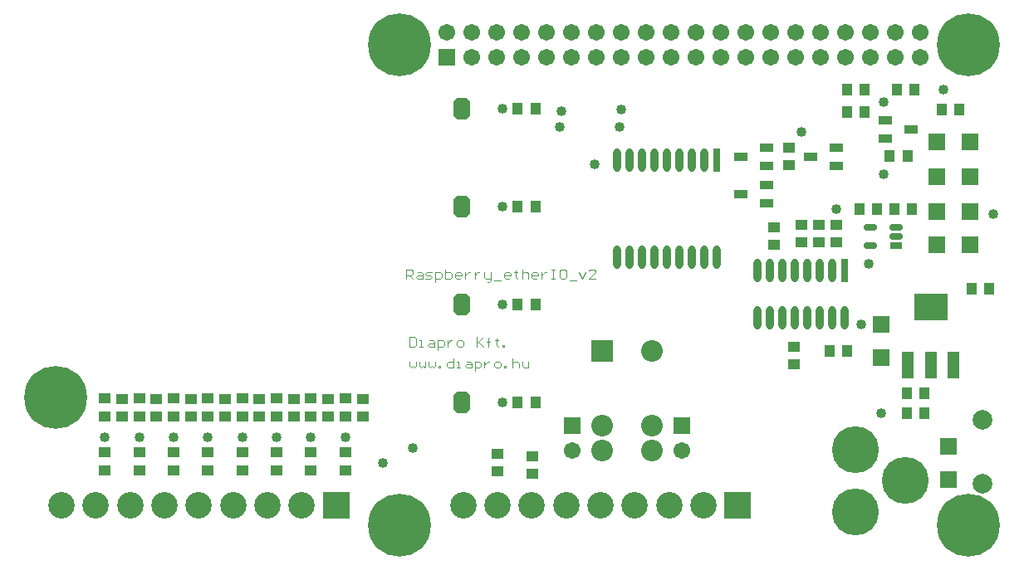
<source format=gts>
%FSTAX24Y24*%
%MOIN*%
G70*
G01*
G75*
G04 Layer_Color=8388736*
%ADD10R,0.0315X0.0374*%
%ADD11R,0.0374X0.0315*%
%ADD12R,0.0472X0.0256*%
G04:AMPARAMS|DCode=13|XSize=21.7mil|YSize=47.2mil|CornerRadius=0mil|HoleSize=0mil|Usage=FLASHONLY|Rotation=270.000|XOffset=0mil|YOffset=0mil|HoleType=Round|Shape=Octagon|*
%AMOCTAGOND13*
4,1,8,0.0236,0.0054,0.0236,-0.0054,0.0182,-0.0108,-0.0182,-0.0108,-0.0236,-0.0054,-0.0236,0.0054,-0.0182,0.0108,0.0182,0.0108,0.0236,0.0054,0.0*
%
%ADD13OCTAGOND13*%

%ADD14R,0.0472X0.0217*%
%ADD15O,0.0236X0.0866*%
%ADD16R,0.0236X0.0866*%
%ADD17R,0.0630X0.0630*%
%ADD18R,0.1299X0.1004*%
%ADD19R,0.0374X0.1004*%
%ADD20R,0.0630X0.0630*%
%ADD21C,0.0100*%
%ADD22C,0.0200*%
%ADD23C,0.0150*%
%ADD24C,0.0039*%
%ADD25R,0.0787X0.0787*%
%ADD26C,0.0787*%
%ADD27C,0.0591*%
%ADD28R,0.0591X0.0591*%
%ADD29C,0.0709*%
%ADD30R,0.0591X0.0591*%
%ADD31C,0.1800*%
%ADD32C,0.0984*%
%ADD33R,0.0984X0.0984*%
G04:AMPARAMS|DCode=34|XSize=78.7mil|YSize=60mil|CornerRadius=0mil|HoleSize=0mil|Usage=FLASHONLY|Rotation=270.000|XOffset=0mil|YOffset=0mil|HoleType=Round|Shape=Octagon|*
%AMOCTAGOND34*
4,1,8,-0.0150,-0.0394,0.0150,-0.0394,0.0300,-0.0244,0.0300,0.0244,0.0150,0.0394,-0.0150,0.0394,-0.0300,0.0244,-0.0300,-0.0244,-0.0150,-0.0394,0.0*
%
%ADD34OCTAGOND34*%

%ADD35C,0.2441*%
%ADD36C,0.0320*%
%ADD37R,0.0472X0.0728*%
%ADD38C,0.0300*%
%ADD39R,0.0395X0.0454*%
%ADD40R,0.0454X0.0395*%
%ADD41R,0.0552X0.0336*%
G04:AMPARAMS|DCode=42|XSize=25.6mil|YSize=51.2mil|CornerRadius=0mil|HoleSize=0mil|Usage=FLASHONLY|Rotation=270.000|XOffset=0mil|YOffset=0mil|HoleType=Round|Shape=Octagon|*
%AMOCTAGOND42*
4,1,8,0.0256,0.0064,0.0256,-0.0064,0.0192,-0.0128,-0.0192,-0.0128,-0.0256,-0.0064,-0.0256,0.0064,-0.0192,0.0128,0.0192,0.0128,0.0256,0.0064,0.0*
%
%ADD42OCTAGOND42*%

%ADD43R,0.0512X0.0256*%
%ADD44O,0.0316X0.0946*%
%ADD45R,0.0316X0.0946*%
%ADD46R,0.0710X0.0710*%
%ADD47R,0.1379X0.1084*%
%ADD48R,0.0454X0.1084*%
%ADD49R,0.0710X0.0710*%
%ADD50R,0.0867X0.0867*%
%ADD51C,0.0867*%
%ADD52C,0.0671*%
%ADD53R,0.0671X0.0671*%
%ADD54C,0.0789*%
%ADD55R,0.0671X0.0671*%
%ADD56C,0.1880*%
%ADD57C,0.1064*%
%ADD58R,0.1064X0.1064*%
G04:AMPARAMS|DCode=59|XSize=86.7mil|YSize=68mil|CornerRadius=0mil|HoleSize=0mil|Usage=FLASHONLY|Rotation=270.000|XOffset=0mil|YOffset=0mil|HoleType=Round|Shape=Octagon|*
%AMOCTAGOND59*
4,1,8,-0.0170,-0.0434,0.0170,-0.0434,0.0340,-0.0264,0.0340,0.0264,0.0170,0.0434,-0.0170,0.0434,-0.0340,0.0264,-0.0340,-0.0264,-0.0170,-0.0434,0.0*
%
%ADD59OCTAGOND59*%

%ADD60C,0.2521*%
%ADD61C,0.0400*%
D24*
X076155Y077661D02*
Y078054D01*
X076352D01*
X076417Y077989D01*
Y077857D01*
X076352Y077792D01*
X076155D01*
X076286D02*
X076417Y077661D01*
X076614Y077923D02*
X076745D01*
X076811Y077857D01*
Y077661D01*
X076614D01*
X076548Y077726D01*
X076614Y077792D01*
X076811D01*
X076942Y077661D02*
X077139D01*
X077204Y077726D01*
X077139Y077792D01*
X077007D01*
X076942Y077857D01*
X077007Y077923D01*
X077204D01*
X077335Y077529D02*
Y077923D01*
X077532D01*
X077598Y077857D01*
Y077726D01*
X077532Y077661D01*
X077335D01*
X077729Y078054D02*
Y077661D01*
X077926D01*
X077991Y077726D01*
Y077792D01*
Y077857D01*
X077926Y077923D01*
X077729D01*
X078319Y077661D02*
X078188D01*
X078123Y077726D01*
Y077857D01*
X078188Y077923D01*
X078319D01*
X078385Y077857D01*
Y077792D01*
X078123D01*
X078516Y077923D02*
Y077661D01*
Y077792D01*
X078582Y077857D01*
X078647Y077923D01*
X078713D01*
X07891D02*
Y077661D01*
Y077792D01*
X078975Y077857D01*
X079041Y077923D01*
X079107D01*
X079303D02*
Y077726D01*
X079369Y077661D01*
X079566D01*
Y077595D01*
X0795Y077529D01*
X079435D01*
X079566Y077661D02*
Y077923D01*
X079697Y077595D02*
X079959D01*
X080287Y077661D02*
X080156D01*
X08009Y077726D01*
Y077857D01*
X080156Y077923D01*
X080287D01*
X080353Y077857D01*
Y077792D01*
X08009D01*
X08055Y077989D02*
Y077923D01*
X080484D01*
X080615D01*
X08055D01*
Y077726D01*
X080615Y077661D01*
X080812Y078054D02*
Y077661D01*
Y077857D01*
X080878Y077923D01*
X081009D01*
X081074Y077857D01*
Y077661D01*
X081402D02*
X081271D01*
X081206Y077726D01*
Y077857D01*
X081271Y077923D01*
X081402D01*
X081468Y077857D01*
Y077792D01*
X081206D01*
X081599Y077923D02*
Y077661D01*
Y077792D01*
X081665Y077857D01*
X08173Y077923D01*
X081796D01*
X081993Y078054D02*
X082124D01*
X082058D01*
Y077661D01*
X081993D01*
X082124D01*
X082517Y078054D02*
X082386D01*
X082321Y077989D01*
Y077726D01*
X082386Y077661D01*
X082517D01*
X082583Y077726D01*
Y077989D01*
X082517Y078054D01*
X082714Y077595D02*
X082977D01*
X083108Y077923D02*
X083239Y077661D01*
X08337Y077923D01*
X083764Y077661D02*
X083501D01*
X083764Y077923D01*
Y077989D01*
X083698Y078054D01*
X083567D01*
X083501Y077989D01*
X076302Y075344D02*
Y07495D01*
X076499D01*
X076564Y075016D01*
Y075278D01*
X076499Y075344D01*
X076302D01*
X076696Y07495D02*
X076827D01*
X076761D01*
Y075213D01*
X076696D01*
X077089D02*
X07722D01*
X077286Y075147D01*
Y07495D01*
X077089D01*
X077024Y075016D01*
X077089Y075082D01*
X077286D01*
X077417Y074819D02*
Y075213D01*
X077614D01*
X077679Y075147D01*
Y075016D01*
X077614Y07495D01*
X077417D01*
X077811Y075213D02*
Y07495D01*
Y075082D01*
X077876Y075147D01*
X077942Y075213D01*
X078007D01*
X07827Y07495D02*
X078401D01*
X078467Y075016D01*
Y075147D01*
X078401Y075213D01*
X07827D01*
X078204Y075147D01*
Y075016D01*
X07827Y07495D01*
X078991Y075344D02*
Y07495D01*
Y075082D01*
X079254Y075344D01*
X079057Y075147D01*
X079254Y07495D01*
X079451D02*
Y075278D01*
Y075147D01*
X079385D01*
X079516D01*
X079451D01*
Y075278D01*
X079516Y075344D01*
X079779Y075278D02*
Y075213D01*
X079713D01*
X079844D01*
X079779D01*
Y075016D01*
X079844Y07495D01*
X080041D02*
Y075016D01*
X080107D01*
Y07495D01*
X080041D01*
X076285Y074354D02*
Y074157D01*
X076351Y074091D01*
X076417Y074157D01*
X076482Y074091D01*
X076548Y074157D01*
Y074354D01*
X076679D02*
Y074157D01*
X076745Y074091D01*
X07681Y074157D01*
X076876Y074091D01*
X076941Y074157D01*
Y074354D01*
X077073D02*
Y074157D01*
X077138Y074091D01*
X077204Y074157D01*
X077269Y074091D01*
X077335Y074157D01*
Y074354D01*
X077466Y074091D02*
Y074157D01*
X077532D01*
Y074091D01*
X077466D01*
X078057Y074485D02*
Y074091D01*
X07786D01*
X077794Y074157D01*
Y074288D01*
X07786Y074354D01*
X078057D01*
X078188Y074091D02*
X078319D01*
X078253D01*
Y074354D01*
X078188D01*
X078581D02*
X078712D01*
X078778Y074288D01*
Y074091D01*
X078581D01*
X078516Y074157D01*
X078581Y074223D01*
X078778D01*
X078909Y07396D02*
Y074354D01*
X079106D01*
X079172Y074288D01*
Y074157D01*
X079106Y074091D01*
X078909D01*
X079303Y074354D02*
Y074091D01*
Y074223D01*
X079368Y074288D01*
X079434Y074354D01*
X0795D01*
X079762Y074091D02*
X079893D01*
X079959Y074157D01*
Y074288D01*
X079893Y074354D01*
X079762D01*
X079696Y074288D01*
Y074157D01*
X079762Y074091D01*
X08009D02*
Y074157D01*
X080156D01*
Y074091D01*
X08009D01*
X080418Y074485D02*
Y074091D01*
Y074288D01*
X080484Y074354D01*
X080615D01*
X08068Y074288D01*
Y074091D01*
X080812Y074354D02*
Y074157D01*
X080877Y074091D01*
X081074D01*
Y074354D01*
D39*
X094567Y085278D02*
D03*
X093858D02*
D03*
X098367Y084478D02*
D03*
X097658D02*
D03*
X094567Y084378D02*
D03*
X093858D02*
D03*
X096467Y080478D02*
D03*
X095758D02*
D03*
X095067D02*
D03*
X094358D02*
D03*
X099567Y077278D02*
D03*
X098858D02*
D03*
X096967Y072278D02*
D03*
X096258D02*
D03*
X080642Y08451D02*
D03*
X08135D02*
D03*
X096258Y073078D02*
D03*
X096967D02*
D03*
X080642Y080573D02*
D03*
X08135D02*
D03*
X080642Y076636D02*
D03*
X08135D02*
D03*
X080642Y072699D02*
D03*
X08135D02*
D03*
X093158Y074778D02*
D03*
X093867D02*
D03*
X095858Y085278D02*
D03*
X096567D02*
D03*
X096277Y08261D02*
D03*
X095568D02*
D03*
D40*
X092713Y079832D02*
D03*
Y079124D02*
D03*
X091513Y082932D02*
D03*
Y082224D02*
D03*
X090913Y079732D02*
D03*
Y079024D02*
D03*
X081213Y069824D02*
D03*
Y070532D02*
D03*
X079813Y069924D02*
D03*
Y070632D02*
D03*
X093413Y079832D02*
D03*
Y079124D02*
D03*
X073713Y072857D02*
D03*
Y072148D02*
D03*
X072335Y072857D02*
D03*
Y072148D02*
D03*
X070957Y072857D02*
D03*
Y072148D02*
D03*
X069579Y072857D02*
D03*
Y072148D02*
D03*
X068201Y072857D02*
D03*
Y072148D02*
D03*
X066823Y072857D02*
D03*
Y072148D02*
D03*
X065445Y072857D02*
D03*
Y072148D02*
D03*
X064067Y072857D02*
D03*
Y072148D02*
D03*
X092013Y079832D02*
D03*
Y079124D02*
D03*
X091713Y074224D02*
D03*
Y074932D02*
D03*
X073713Y070691D02*
D03*
Y069983D02*
D03*
X072335Y070691D02*
D03*
Y069983D02*
D03*
X070957Y070691D02*
D03*
Y069983D02*
D03*
X069579Y070691D02*
D03*
Y069983D02*
D03*
X068201Y070691D02*
D03*
Y069983D02*
D03*
X066823Y070691D02*
D03*
Y069983D02*
D03*
X065445Y070691D02*
D03*
Y069983D02*
D03*
X064067Y070691D02*
D03*
Y069983D02*
D03*
X074413Y072854D02*
D03*
Y072146D02*
D03*
X073013Y072854D02*
D03*
Y072146D02*
D03*
X071643Y072854D02*
D03*
Y072146D02*
D03*
X070263Y072854D02*
D03*
Y072146D02*
D03*
X068893Y072854D02*
D03*
Y072146D02*
D03*
X067513Y072854D02*
D03*
Y072146D02*
D03*
X066133Y072854D02*
D03*
Y072146D02*
D03*
X064753Y072854D02*
D03*
Y072146D02*
D03*
D41*
X090635Y082952D02*
D03*
Y082204D02*
D03*
X08959Y082578D02*
D03*
X09539Y083304D02*
D03*
Y084052D02*
D03*
X096435Y083678D02*
D03*
X093435Y082952D02*
D03*
Y082204D02*
D03*
X09239Y082578D02*
D03*
X090635Y081452D02*
D03*
Y080704D02*
D03*
X08959Y081078D02*
D03*
D42*
X095835Y079752D02*
D03*
Y079378D02*
D03*
X094801Y079752D02*
D03*
Y079004D02*
D03*
D43*
X095835Y079004D02*
D03*
D44*
X085113Y082423D02*
D03*
X088613Y078533D02*
D03*
X085113D02*
D03*
X085613D02*
D03*
X086113D02*
D03*
X086613D02*
D03*
X087113D02*
D03*
X087613D02*
D03*
X088113D02*
D03*
X085613Y082423D02*
D03*
X086113D02*
D03*
X086613D02*
D03*
X087113D02*
D03*
X087613D02*
D03*
X088113D02*
D03*
X084613D02*
D03*
Y078533D02*
D03*
X090257Y077996D02*
D03*
X093757Y076106D02*
D03*
X090257D02*
D03*
X090757D02*
D03*
X091257D02*
D03*
X091757D02*
D03*
X092257D02*
D03*
X092757D02*
D03*
X093257D02*
D03*
X090757Y077996D02*
D03*
X091257D02*
D03*
X091757D02*
D03*
X092257D02*
D03*
X092757D02*
D03*
X093257D02*
D03*
D45*
X088613Y082423D02*
D03*
X093757Y077996D02*
D03*
D46*
X097913Y070947D02*
D03*
Y069609D02*
D03*
X095213Y074509D02*
D03*
Y075847D02*
D03*
D47*
X097213Y076549D02*
D03*
D48*
X098118Y074207D02*
D03*
X097213D02*
D03*
X096307D02*
D03*
D49*
X098782Y080378D02*
D03*
X097443D02*
D03*
X098782Y081778D02*
D03*
X097443D02*
D03*
X098782Y083178D02*
D03*
X097443D02*
D03*
X098802Y07903D02*
D03*
X097463D02*
D03*
D50*
X084013Y074778D02*
D03*
D51*
Y071778D02*
D03*
Y070778D02*
D03*
X086013Y074778D02*
D03*
Y071778D02*
D03*
Y070778D02*
D03*
D52*
X082813D02*
D03*
X087213D02*
D03*
X077795Y087569D02*
D03*
X078795Y086569D02*
D03*
Y087569D02*
D03*
X079795Y086569D02*
D03*
Y087569D02*
D03*
X080795Y086569D02*
D03*
Y087569D02*
D03*
X081795Y086569D02*
D03*
Y087569D02*
D03*
X082795Y086569D02*
D03*
Y087569D02*
D03*
X083795Y086569D02*
D03*
Y087569D02*
D03*
X084795Y086569D02*
D03*
Y087569D02*
D03*
X085795Y086569D02*
D03*
Y087569D02*
D03*
X086795Y086569D02*
D03*
Y087569D02*
D03*
X087795Y086569D02*
D03*
Y087569D02*
D03*
X088795Y086569D02*
D03*
Y087569D02*
D03*
X089795Y086569D02*
D03*
Y087569D02*
D03*
X090795Y086569D02*
D03*
Y087569D02*
D03*
X091795Y086569D02*
D03*
Y087569D02*
D03*
X092795Y086569D02*
D03*
Y087569D02*
D03*
X093795Y086569D02*
D03*
Y087569D02*
D03*
X094795Y086569D02*
D03*
Y087569D02*
D03*
X095795Y086569D02*
D03*
Y087569D02*
D03*
X096795Y086569D02*
D03*
Y087569D02*
D03*
D53*
X082813Y071778D02*
D03*
X087213D02*
D03*
D54*
X099303Y069451D02*
D03*
Y07201D02*
D03*
D55*
X077795Y086569D02*
D03*
D56*
X096195Y069569D02*
D03*
X094195Y068319D02*
D03*
Y070819D02*
D03*
D57*
X078447Y068565D02*
D03*
X083959D02*
D03*
X079825D02*
D03*
X086715D02*
D03*
X081203D02*
D03*
X082581D02*
D03*
X085337D02*
D03*
X088093D02*
D03*
X062325Y068565D02*
D03*
X067837D02*
D03*
X063703D02*
D03*
X070593D02*
D03*
X065081D02*
D03*
X066459D02*
D03*
X069215D02*
D03*
X07197D02*
D03*
D58*
X08947Y068565D02*
D03*
X073348Y068565D02*
D03*
D59*
X078378Y08451D02*
D03*
Y080573D02*
D03*
X078378Y076636D02*
D03*
X078378Y072699D02*
D03*
D60*
X098713Y087069D02*
D03*
X075878Y067778D02*
D03*
X098713D02*
D03*
X075878Y087069D02*
D03*
X062098Y072896D02*
D03*
D61*
X069579Y071321D02*
D03*
X070957D02*
D03*
X072335D02*
D03*
X073713D02*
D03*
X080012Y072699D02*
D03*
Y076636D02*
D03*
Y080573D02*
D03*
Y08451D02*
D03*
X066823Y071321D02*
D03*
X065445D02*
D03*
X064067D02*
D03*
X093413Y080478D02*
D03*
X097713Y085278D02*
D03*
X092013Y083578D02*
D03*
X082313Y083778D02*
D03*
X076413Y070878D02*
D03*
X094413Y075847D02*
D03*
X075213Y070278D02*
D03*
X084713Y083778D02*
D03*
X095313Y081878D02*
D03*
Y084778D02*
D03*
X094713Y078278D02*
D03*
X099713Y080278D02*
D03*
X083713Y082278D02*
D03*
X095213Y072278D02*
D03*
X068201Y071321D02*
D03*
X084783Y08447D02*
D03*
X082393Y08442D02*
D03*
M02*

</source>
